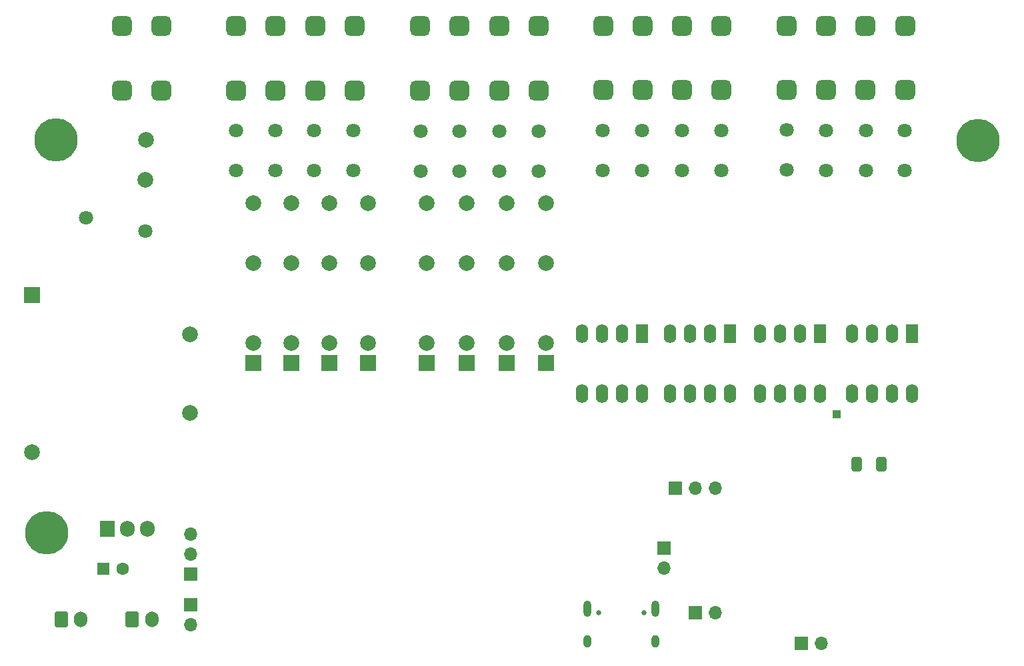
<source format=gbs>
G04 #@! TF.GenerationSoftware,KiCad,Pcbnew,(7.0.0)*
G04 #@! TF.CreationDate,2023-05-29T14:24:34+02:00*
G04 #@! TF.ProjectId,hamodule,68616d6f-6475-46c6-952e-6b696361645f,V.20230529.22*
G04 #@! TF.SameCoordinates,Original*
G04 #@! TF.FileFunction,Soldermask,Bot*
G04 #@! TF.FilePolarity,Negative*
%FSLAX46Y46*%
G04 Gerber Fmt 4.6, Leading zero omitted, Abs format (unit mm)*
G04 Created by KiCad (PCBNEW (7.0.0)) date 2023-05-29 14:24:34*
%MOMM*%
%LPD*%
G01*
G04 APERTURE LIST*
G04 Aperture macros list*
%AMRoundRect*
0 Rectangle with rounded corners*
0 $1 Rounding radius*
0 $2 $3 $4 $5 $6 $7 $8 $9 X,Y pos of 4 corners*
0 Add a 4 corners polygon primitive as box body*
4,1,4,$2,$3,$4,$5,$6,$7,$8,$9,$2,$3,0*
0 Add four circle primitives for the rounded corners*
1,1,$1+$1,$2,$3*
1,1,$1+$1,$4,$5*
1,1,$1+$1,$6,$7*
1,1,$1+$1,$8,$9*
0 Add four rect primitives between the rounded corners*
20,1,$1+$1,$2,$3,$4,$5,0*
20,1,$1+$1,$4,$5,$6,$7,0*
20,1,$1+$1,$6,$7,$8,$9,0*
20,1,$1+$1,$8,$9,$2,$3,0*%
G04 Aperture macros list end*
%ADD10R,1.700000X1.700000*%
%ADD11O,1.700000X1.700000*%
%ADD12C,1.800000*%
%ADD13RoundRect,0.250000X-0.600000X-0.750000X0.600000X-0.750000X0.600000X0.750000X-0.600000X0.750000X0*%
%ADD14O,1.700000X2.000000*%
%ADD15R,2.000000X2.000000*%
%ADD16C,2.000000*%
%ADD17R,1.905000X2.000000*%
%ADD18O,1.905000X2.000000*%
%ADD19RoundRect,0.625000X0.625000X0.625000X-0.625000X0.625000X-0.625000X-0.625000X0.625000X-0.625000X0*%
%ADD20C,5.500000*%
%ADD21R,1.600000X2.400000*%
%ADD22O,1.600000X2.400000*%
%ADD23R,1.000000X1.000000*%
%ADD24C,0.650000*%
%ADD25O,1.000000X2.100000*%
%ADD26O,1.000000X1.600000*%
%ADD27R,1.600000X1.600000*%
%ADD28C,1.600000*%
%ADD29RoundRect,0.250000X-0.412500X-0.650000X0.412500X-0.650000X0.412500X0.650000X-0.412500X0.650000X0*%
G04 APERTURE END LIST*
D10*
X47752499Y-108737399D03*
D11*
X47752499Y-111277399D03*
D12*
X34520700Y-59585350D03*
X42020700Y-61218680D03*
D13*
X40323000Y-110612700D03*
D14*
X42822999Y-110612699D03*
D15*
X27655999Y-69378899D03*
D16*
X27656000Y-89378900D03*
X47656000Y-84378900D03*
X47656000Y-74378900D03*
D17*
X37147999Y-99072699D03*
D18*
X39687999Y-99072699D03*
X42227999Y-99072699D03*
D19*
X68567800Y-43332400D03*
X68567800Y-35132401D03*
X63567800Y-43332400D03*
X63567800Y-35132401D03*
X58567800Y-43332400D03*
X58567800Y-35132401D03*
X53567800Y-43332400D03*
X53567800Y-35132401D03*
X44020000Y-43355999D03*
X44020000Y-35156000D03*
X39020000Y-43355999D03*
X39020000Y-35156000D03*
X115140000Y-43328199D03*
X115140000Y-35128200D03*
X110140000Y-43328199D03*
X110140000Y-35128200D03*
X105140000Y-43328199D03*
X105140000Y-35128200D03*
X100140000Y-43328199D03*
X100140000Y-35128200D03*
D16*
X42066400Y-49662400D03*
X42056400Y-54742400D03*
D20*
X30683200Y-49657000D03*
X147777200Y-49733200D03*
D21*
X139389177Y-74236117D03*
D22*
X136849177Y-74236117D03*
X134309177Y-74236117D03*
X131769177Y-74236117D03*
X131769177Y-81856117D03*
X134309177Y-81856117D03*
X136849177Y-81856117D03*
X139389177Y-81856117D03*
D21*
X105081299Y-74239599D03*
D22*
X102541299Y-74239599D03*
X100001299Y-74239599D03*
X97461299Y-74239599D03*
X97461299Y-81859599D03*
X100001299Y-81859599D03*
X102541299Y-81859599D03*
X105081299Y-81859599D03*
D21*
X116257299Y-74239599D03*
D22*
X113717299Y-74239599D03*
X111177299Y-74239599D03*
X108637299Y-74239599D03*
X108637299Y-81859599D03*
X111177299Y-81859599D03*
X113717299Y-81859599D03*
X116257299Y-81859599D03*
D13*
X31326000Y-110612700D03*
D14*
X33825999Y-110612699D03*
D10*
X125305401Y-113659698D03*
D11*
X127845401Y-113659698D03*
D19*
X138497702Y-43328199D03*
X138497702Y-35128200D03*
X133497702Y-43328199D03*
X133497702Y-35128200D03*
X128497702Y-43328199D03*
X128497702Y-35128200D03*
X123497702Y-43328199D03*
X123497702Y-35128200D03*
X91935800Y-43332400D03*
X91935800Y-35132401D03*
X86935800Y-43332400D03*
X86935800Y-35132401D03*
X81935800Y-43332400D03*
X81935800Y-35132401D03*
X76935800Y-43332400D03*
X76935800Y-35132401D03*
D12*
X81902800Y-53619400D03*
X81902800Y-48539400D03*
D15*
X77774799Y-78043899D03*
D16*
X77774800Y-75503900D03*
X77774800Y-65343900D03*
X77774800Y-57723900D03*
D10*
X109334799Y-93878399D03*
D11*
X111874799Y-93878399D03*
X114414799Y-93878399D03*
D12*
X105104000Y-53515900D03*
X105104000Y-48435900D03*
D15*
X82854799Y-78043899D03*
D16*
X82854800Y-75503900D03*
X82854800Y-65343900D03*
X82854800Y-57723900D03*
D12*
X115162400Y-53515900D03*
X115162400Y-48435900D03*
D10*
X107915401Y-101544698D03*
D11*
X107915401Y-104084698D03*
D12*
X133502400Y-53517800D03*
X133502400Y-48437800D03*
D10*
X111830401Y-109769698D03*
D11*
X114370401Y-109769698D03*
D23*
X129807199Y-84531199D03*
D12*
X128497800Y-53517800D03*
X128497800Y-48437800D03*
X68408300Y-53532900D03*
X68408300Y-48452900D03*
D21*
X127705177Y-74236117D03*
D22*
X125165177Y-74236117D03*
X122625177Y-74236117D03*
X120085177Y-74236117D03*
X120085177Y-81856117D03*
X122625177Y-81856117D03*
X125165177Y-81856117D03*
X127705177Y-81856117D03*
D12*
X76949800Y-53619400D03*
X76949800Y-48539400D03*
D24*
X99591402Y-109775599D03*
X105371402Y-109775599D03*
D25*
X98161401Y-109245598D03*
D26*
X98161401Y-113425598D03*
D25*
X106801401Y-109245598D03*
D26*
X106801401Y-113425598D03*
D10*
X47752499Y-104863899D03*
D11*
X47752499Y-102323899D03*
X47752499Y-99783899D03*
D12*
X138480800Y-53517800D03*
X138480800Y-48437800D03*
X110133200Y-53515900D03*
X110133200Y-48435900D03*
X86982800Y-53619400D03*
X86982800Y-48539400D03*
D15*
X55694299Y-78043899D03*
D16*
X55694300Y-75503900D03*
X55694300Y-65343900D03*
X55694300Y-57723900D03*
D15*
X60520299Y-78043899D03*
D16*
X60520300Y-75503900D03*
X60520300Y-65343900D03*
X60520300Y-57723900D03*
D12*
X58488300Y-53532900D03*
X58488300Y-48452900D03*
D15*
X70299299Y-78043899D03*
D16*
X70299300Y-75503900D03*
X70299300Y-65343900D03*
X70299300Y-57723900D03*
D15*
X87934799Y-78043899D03*
D16*
X87934800Y-75503900D03*
X87934800Y-65343900D03*
X87934800Y-57723900D03*
D15*
X92887799Y-78043899D03*
D16*
X92887800Y-75503900D03*
X92887800Y-65343900D03*
X92887800Y-57723900D03*
D15*
X65346299Y-78043899D03*
D16*
X65346300Y-75503900D03*
X65346300Y-65343900D03*
X65346300Y-57723900D03*
D27*
X36639999Y-104152699D03*
D28*
X39140000Y-104152700D03*
D12*
X123497800Y-53488400D03*
X123497800Y-48408400D03*
X100125600Y-53515900D03*
X100125600Y-48435900D03*
X91935800Y-53619400D03*
X91935800Y-48539400D03*
X53535300Y-53532900D03*
X53535300Y-48452900D03*
D20*
X29464500Y-99606200D03*
D12*
X63408300Y-53532900D03*
X63408300Y-48452900D03*
D29*
X132330402Y-90859699D03*
X135455402Y-90859699D03*
M02*

</source>
